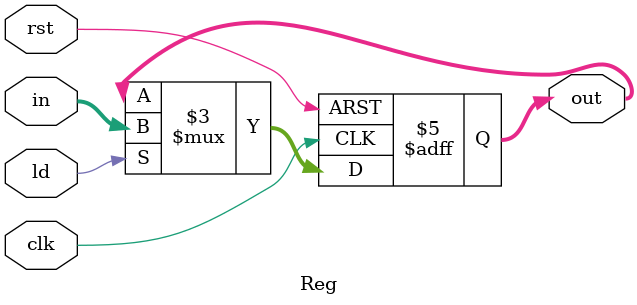
<source format=v>
module Reg(clk, rst, ld, in, out);
    parameter LEN = 8;
    input clk;
    input rst;
    input ld;
    input[6:0] in;
    output reg[6:0] out;
    always @(posedge clk or posedge rst) begin
        if(rst)
            out = 0;
        else if(ld)
            out = in;
        else
            out = out;
    end
endmodule
</source>
